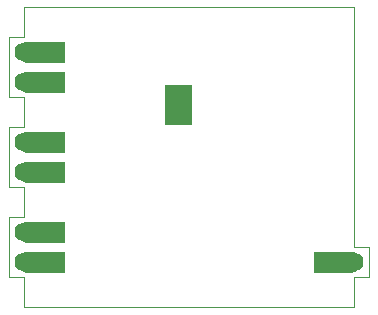
<source format=gbr>
%TF.GenerationSoftware,KiCad,Pcbnew,(5.1.9)-1*%
%TF.CreationDate,2021-05-31T10:41:26+02:00*%
%TF.ProjectId,02_Batt_Alim,30325f42-6174-4745-9f41-6c696d2e6b69,rev?*%
%TF.SameCoordinates,Original*%
%TF.FileFunction,Soldermask,Bot*%
%TF.FilePolarity,Negative*%
%FSLAX46Y46*%
G04 Gerber Fmt 4.6, Leading zero omitted, Abs format (unit mm)*
G04 Created by KiCad (PCBNEW (5.1.9)-1) date 2021-05-31 10:41:26*
%MOMM*%
%LPD*%
G01*
G04 APERTURE LIST*
%TA.AperFunction,Profile*%
%ADD10C,0.050000*%
%TD*%
%ADD11C,1.100000*%
%ADD12C,1.624000*%
%ADD13C,0.100000*%
G04 APERTURE END LIST*
D10*
X130810000Y-82550000D02*
X129540000Y-82550000D01*
X130810000Y-85090000D02*
X130810000Y-82550000D01*
X129540000Y-85090000D02*
X130810000Y-85090000D01*
X129540000Y-87630000D02*
X129540000Y-85090000D01*
X100330000Y-85090000D02*
X101600000Y-85090000D01*
X100330000Y-80010000D02*
X100330000Y-85090000D01*
X101600000Y-80010000D02*
X100330000Y-80010000D01*
X101600000Y-77470000D02*
X101600000Y-80010000D01*
X100330000Y-77470000D02*
X101600000Y-77470000D01*
X100330000Y-72390000D02*
X100330000Y-77470000D01*
X101600000Y-72390000D02*
X100330000Y-72390000D01*
X101600000Y-69850000D02*
X101600000Y-72390000D01*
X100340000Y-69850000D02*
X101600000Y-69850000D01*
X129540000Y-62230000D02*
X129540000Y-82550000D01*
X101600000Y-62230000D02*
X129540000Y-62230000D01*
X101600000Y-85090000D02*
X101600000Y-87630000D01*
X101600000Y-62230000D02*
X101600000Y-64770000D01*
X101600000Y-64770000D02*
X100330000Y-64770000D01*
X129540000Y-87630000D02*
X101600000Y-87630000D01*
X100340000Y-69850000D02*
X100330000Y-64770000D01*
%TO.C,IC1*%
G36*
G01*
X115790000Y-68840000D02*
X115790000Y-72140000D01*
G75*
G02*
X115740000Y-72190000I-50000J0D01*
G01*
X113540000Y-72190000D01*
G75*
G02*
X113490000Y-72140000I0J50000D01*
G01*
X113490000Y-68840000D01*
G75*
G02*
X113540000Y-68790000I50000J0D01*
G01*
X115740000Y-68790000D01*
G75*
G02*
X115790000Y-68840000I0J-50000D01*
G01*
G37*
D11*
X114005000Y-69347000D03*
X114005000Y-70490000D03*
X115275000Y-70490000D03*
X115275000Y-69347000D03*
X115275000Y-71633000D03*
X114005000Y-71633000D03*
%TD*%
D12*
%TO.C,J1*%
X101600000Y-66040000D03*
D13*
G36*
X101939650Y-66939999D02*
G01*
X101927782Y-66939916D01*
X101924993Y-66939818D01*
X101842112Y-66934604D01*
X101837256Y-66934060D01*
X101755280Y-66920782D01*
X101750503Y-66919766D01*
X101670214Y-66898553D01*
X101665558Y-66897076D01*
X101587721Y-66868129D01*
X101583231Y-66866205D01*
X101508591Y-66829801D01*
X101504309Y-66827447D01*
X101433578Y-66783932D01*
X101429548Y-66781173D01*
X101363401Y-66730965D01*
X101359659Y-66727825D01*
X101298726Y-66671401D01*
X101295308Y-66667910D01*
X101240173Y-66605809D01*
X101237112Y-66602003D01*
X101188299Y-66534819D01*
X101185624Y-66530731D01*
X101143601Y-66459104D01*
X101141338Y-66454774D01*
X101106505Y-66379388D01*
X101104675Y-66374859D01*
X101077364Y-66296433D01*
X101075985Y-66291747D01*
X101056458Y-66211031D01*
X101055543Y-66206233D01*
X101043985Y-66123997D01*
X101043542Y-66119131D01*
X101040065Y-66036159D01*
X101040099Y-66031275D01*
X101044734Y-65948360D01*
X101045245Y-65943501D01*
X101057950Y-65861434D01*
X101058932Y-65856650D01*
X101079584Y-65776214D01*
X101081028Y-65771547D01*
X101109431Y-65693511D01*
X101111324Y-65689008D01*
X101147207Y-65614115D01*
X101149531Y-65609818D01*
X101192550Y-65538785D01*
X101195282Y-65534735D01*
X101245028Y-65468239D01*
X101248141Y-65464475D01*
X101304138Y-65403150D01*
X101307604Y-65399708D01*
X101369318Y-65344140D01*
X101373104Y-65341052D01*
X101439946Y-65291772D01*
X101444015Y-65289069D01*
X101515347Y-65246547D01*
X101519660Y-65244254D01*
X101594801Y-65208895D01*
X101599317Y-65207033D01*
X101677550Y-65179175D01*
X101682227Y-65177763D01*
X101762805Y-65157673D01*
X101767597Y-65156724D01*
X101849751Y-65144593D01*
X101854612Y-65144117D01*
X101937557Y-65140060D01*
X101940000Y-65140000D01*
X104990000Y-65140000D01*
X104999755Y-65140961D01*
X105009134Y-65143806D01*
X105017779Y-65148427D01*
X105025355Y-65154645D01*
X105031573Y-65162221D01*
X105036194Y-65170866D01*
X105039039Y-65180245D01*
X105040000Y-65190000D01*
X105040000Y-66890000D01*
X105039039Y-66899755D01*
X105036194Y-66909134D01*
X105031573Y-66917779D01*
X105025355Y-66925355D01*
X105017779Y-66931573D01*
X105009134Y-66936194D01*
X104999755Y-66939039D01*
X104990000Y-66940000D01*
X101940000Y-66940000D01*
X101939650Y-66939999D01*
G37*
%TD*%
D12*
%TO.C,J2*%
X101600000Y-68580000D03*
D13*
G36*
X101939650Y-69479999D02*
G01*
X101927782Y-69479916D01*
X101924993Y-69479818D01*
X101842112Y-69474604D01*
X101837256Y-69474060D01*
X101755280Y-69460782D01*
X101750503Y-69459766D01*
X101670214Y-69438553D01*
X101665558Y-69437076D01*
X101587721Y-69408129D01*
X101583231Y-69406205D01*
X101508591Y-69369801D01*
X101504309Y-69367447D01*
X101433578Y-69323932D01*
X101429548Y-69321173D01*
X101363401Y-69270965D01*
X101359659Y-69267825D01*
X101298726Y-69211401D01*
X101295308Y-69207910D01*
X101240173Y-69145809D01*
X101237112Y-69142003D01*
X101188299Y-69074819D01*
X101185624Y-69070731D01*
X101143601Y-68999104D01*
X101141338Y-68994774D01*
X101106505Y-68919388D01*
X101104675Y-68914859D01*
X101077364Y-68836433D01*
X101075985Y-68831747D01*
X101056458Y-68751031D01*
X101055543Y-68746233D01*
X101043985Y-68663997D01*
X101043542Y-68659131D01*
X101040065Y-68576159D01*
X101040099Y-68571275D01*
X101044734Y-68488360D01*
X101045245Y-68483501D01*
X101057950Y-68401434D01*
X101058932Y-68396650D01*
X101079584Y-68316214D01*
X101081028Y-68311547D01*
X101109431Y-68233511D01*
X101111324Y-68229008D01*
X101147207Y-68154115D01*
X101149531Y-68149818D01*
X101192550Y-68078785D01*
X101195282Y-68074735D01*
X101245028Y-68008239D01*
X101248141Y-68004475D01*
X101304138Y-67943150D01*
X101307604Y-67939708D01*
X101369318Y-67884140D01*
X101373104Y-67881052D01*
X101439946Y-67831772D01*
X101444015Y-67829069D01*
X101515347Y-67786547D01*
X101519660Y-67784254D01*
X101594801Y-67748895D01*
X101599317Y-67747033D01*
X101677550Y-67719175D01*
X101682227Y-67717763D01*
X101762805Y-67697673D01*
X101767597Y-67696724D01*
X101849751Y-67684593D01*
X101854612Y-67684117D01*
X101937557Y-67680060D01*
X101940000Y-67680000D01*
X104990000Y-67680000D01*
X104999755Y-67680961D01*
X105009134Y-67683806D01*
X105017779Y-67688427D01*
X105025355Y-67694645D01*
X105031573Y-67702221D01*
X105036194Y-67710866D01*
X105039039Y-67720245D01*
X105040000Y-67730000D01*
X105040000Y-69430000D01*
X105039039Y-69439755D01*
X105036194Y-69449134D01*
X105031573Y-69457779D01*
X105025355Y-69465355D01*
X105017779Y-69471573D01*
X105009134Y-69476194D01*
X104999755Y-69479039D01*
X104990000Y-69480000D01*
X101940000Y-69480000D01*
X101939650Y-69479999D01*
G37*
%TD*%
D12*
%TO.C,J3*%
X101600000Y-81280000D03*
D13*
G36*
X101939650Y-82179999D02*
G01*
X101927782Y-82179916D01*
X101924993Y-82179818D01*
X101842112Y-82174604D01*
X101837256Y-82174060D01*
X101755280Y-82160782D01*
X101750503Y-82159766D01*
X101670214Y-82138553D01*
X101665558Y-82137076D01*
X101587721Y-82108129D01*
X101583231Y-82106205D01*
X101508591Y-82069801D01*
X101504309Y-82067447D01*
X101433578Y-82023932D01*
X101429548Y-82021173D01*
X101363401Y-81970965D01*
X101359659Y-81967825D01*
X101298726Y-81911401D01*
X101295308Y-81907910D01*
X101240173Y-81845809D01*
X101237112Y-81842003D01*
X101188299Y-81774819D01*
X101185624Y-81770731D01*
X101143601Y-81699104D01*
X101141338Y-81694774D01*
X101106505Y-81619388D01*
X101104675Y-81614859D01*
X101077364Y-81536433D01*
X101075985Y-81531747D01*
X101056458Y-81451031D01*
X101055543Y-81446233D01*
X101043985Y-81363997D01*
X101043542Y-81359131D01*
X101040065Y-81276159D01*
X101040099Y-81271275D01*
X101044734Y-81188360D01*
X101045245Y-81183501D01*
X101057950Y-81101434D01*
X101058932Y-81096650D01*
X101079584Y-81016214D01*
X101081028Y-81011547D01*
X101109431Y-80933511D01*
X101111324Y-80929008D01*
X101147207Y-80854115D01*
X101149531Y-80849818D01*
X101192550Y-80778785D01*
X101195282Y-80774735D01*
X101245028Y-80708239D01*
X101248141Y-80704475D01*
X101304138Y-80643150D01*
X101307604Y-80639708D01*
X101369318Y-80584140D01*
X101373104Y-80581052D01*
X101439946Y-80531772D01*
X101444015Y-80529069D01*
X101515347Y-80486547D01*
X101519660Y-80484254D01*
X101594801Y-80448895D01*
X101599317Y-80447033D01*
X101677550Y-80419175D01*
X101682227Y-80417763D01*
X101762805Y-80397673D01*
X101767597Y-80396724D01*
X101849751Y-80384593D01*
X101854612Y-80384117D01*
X101937557Y-80380060D01*
X101940000Y-80380000D01*
X104990000Y-80380000D01*
X104999755Y-80380961D01*
X105009134Y-80383806D01*
X105017779Y-80388427D01*
X105025355Y-80394645D01*
X105031573Y-80402221D01*
X105036194Y-80410866D01*
X105039039Y-80420245D01*
X105040000Y-80430000D01*
X105040000Y-82130000D01*
X105039039Y-82139755D01*
X105036194Y-82149134D01*
X105031573Y-82157779D01*
X105025355Y-82165355D01*
X105017779Y-82171573D01*
X105009134Y-82176194D01*
X104999755Y-82179039D01*
X104990000Y-82180000D01*
X101940000Y-82180000D01*
X101939650Y-82179999D01*
G37*
%TD*%
D12*
%TO.C,J9*%
X101600000Y-73660000D03*
D13*
G36*
X101939650Y-74559999D02*
G01*
X101927782Y-74559916D01*
X101924993Y-74559818D01*
X101842112Y-74554604D01*
X101837256Y-74554060D01*
X101755280Y-74540782D01*
X101750503Y-74539766D01*
X101670214Y-74518553D01*
X101665558Y-74517076D01*
X101587721Y-74488129D01*
X101583231Y-74486205D01*
X101508591Y-74449801D01*
X101504309Y-74447447D01*
X101433578Y-74403932D01*
X101429548Y-74401173D01*
X101363401Y-74350965D01*
X101359659Y-74347825D01*
X101298726Y-74291401D01*
X101295308Y-74287910D01*
X101240173Y-74225809D01*
X101237112Y-74222003D01*
X101188299Y-74154819D01*
X101185624Y-74150731D01*
X101143601Y-74079104D01*
X101141338Y-74074774D01*
X101106505Y-73999388D01*
X101104675Y-73994859D01*
X101077364Y-73916433D01*
X101075985Y-73911747D01*
X101056458Y-73831031D01*
X101055543Y-73826233D01*
X101043985Y-73743997D01*
X101043542Y-73739131D01*
X101040065Y-73656159D01*
X101040099Y-73651275D01*
X101044734Y-73568360D01*
X101045245Y-73563501D01*
X101057950Y-73481434D01*
X101058932Y-73476650D01*
X101079584Y-73396214D01*
X101081028Y-73391547D01*
X101109431Y-73313511D01*
X101111324Y-73309008D01*
X101147207Y-73234115D01*
X101149531Y-73229818D01*
X101192550Y-73158785D01*
X101195282Y-73154735D01*
X101245028Y-73088239D01*
X101248141Y-73084475D01*
X101304138Y-73023150D01*
X101307604Y-73019708D01*
X101369318Y-72964140D01*
X101373104Y-72961052D01*
X101439946Y-72911772D01*
X101444015Y-72909069D01*
X101515347Y-72866547D01*
X101519660Y-72864254D01*
X101594801Y-72828895D01*
X101599317Y-72827033D01*
X101677550Y-72799175D01*
X101682227Y-72797763D01*
X101762805Y-72777673D01*
X101767597Y-72776724D01*
X101849751Y-72764593D01*
X101854612Y-72764117D01*
X101937557Y-72760060D01*
X101940000Y-72760000D01*
X104990000Y-72760000D01*
X104999755Y-72760961D01*
X105009134Y-72763806D01*
X105017779Y-72768427D01*
X105025355Y-72774645D01*
X105031573Y-72782221D01*
X105036194Y-72790866D01*
X105039039Y-72800245D01*
X105040000Y-72810000D01*
X105040000Y-74510000D01*
X105039039Y-74519755D01*
X105036194Y-74529134D01*
X105031573Y-74537779D01*
X105025355Y-74545355D01*
X105017779Y-74551573D01*
X105009134Y-74556194D01*
X104999755Y-74559039D01*
X104990000Y-74560000D01*
X101940000Y-74560000D01*
X101939650Y-74559999D01*
G37*
%TD*%
D12*
%TO.C,J4*%
X101600000Y-76200000D03*
D13*
G36*
X101939650Y-77099999D02*
G01*
X101927782Y-77099916D01*
X101924993Y-77099818D01*
X101842112Y-77094604D01*
X101837256Y-77094060D01*
X101755280Y-77080782D01*
X101750503Y-77079766D01*
X101670214Y-77058553D01*
X101665558Y-77057076D01*
X101587721Y-77028129D01*
X101583231Y-77026205D01*
X101508591Y-76989801D01*
X101504309Y-76987447D01*
X101433578Y-76943932D01*
X101429548Y-76941173D01*
X101363401Y-76890965D01*
X101359659Y-76887825D01*
X101298726Y-76831401D01*
X101295308Y-76827910D01*
X101240173Y-76765809D01*
X101237112Y-76762003D01*
X101188299Y-76694819D01*
X101185624Y-76690731D01*
X101143601Y-76619104D01*
X101141338Y-76614774D01*
X101106505Y-76539388D01*
X101104675Y-76534859D01*
X101077364Y-76456433D01*
X101075985Y-76451747D01*
X101056458Y-76371031D01*
X101055543Y-76366233D01*
X101043985Y-76283997D01*
X101043542Y-76279131D01*
X101040065Y-76196159D01*
X101040099Y-76191275D01*
X101044734Y-76108360D01*
X101045245Y-76103501D01*
X101057950Y-76021434D01*
X101058932Y-76016650D01*
X101079584Y-75936214D01*
X101081028Y-75931547D01*
X101109431Y-75853511D01*
X101111324Y-75849008D01*
X101147207Y-75774115D01*
X101149531Y-75769818D01*
X101192550Y-75698785D01*
X101195282Y-75694735D01*
X101245028Y-75628239D01*
X101248141Y-75624475D01*
X101304138Y-75563150D01*
X101307604Y-75559708D01*
X101369318Y-75504140D01*
X101373104Y-75501052D01*
X101439946Y-75451772D01*
X101444015Y-75449069D01*
X101515347Y-75406547D01*
X101519660Y-75404254D01*
X101594801Y-75368895D01*
X101599317Y-75367033D01*
X101677550Y-75339175D01*
X101682227Y-75337763D01*
X101762805Y-75317673D01*
X101767597Y-75316724D01*
X101849751Y-75304593D01*
X101854612Y-75304117D01*
X101937557Y-75300060D01*
X101940000Y-75300000D01*
X104990000Y-75300000D01*
X104999755Y-75300961D01*
X105009134Y-75303806D01*
X105017779Y-75308427D01*
X105025355Y-75314645D01*
X105031573Y-75322221D01*
X105036194Y-75330866D01*
X105039039Y-75340245D01*
X105040000Y-75350000D01*
X105040000Y-77050000D01*
X105039039Y-77059755D01*
X105036194Y-77069134D01*
X105031573Y-77077779D01*
X105025355Y-77085355D01*
X105017779Y-77091573D01*
X105009134Y-77096194D01*
X104999755Y-77099039D01*
X104990000Y-77100000D01*
X101940000Y-77100000D01*
X101939650Y-77099999D01*
G37*
%TD*%
D12*
%TO.C,J5*%
X129540000Y-83820000D03*
D13*
G36*
X129200350Y-82920001D02*
G01*
X129212218Y-82920084D01*
X129215007Y-82920182D01*
X129297888Y-82925396D01*
X129302744Y-82925940D01*
X129384720Y-82939218D01*
X129389497Y-82940234D01*
X129469786Y-82961447D01*
X129474442Y-82962924D01*
X129552279Y-82991871D01*
X129556769Y-82993795D01*
X129631409Y-83030199D01*
X129635691Y-83032553D01*
X129706422Y-83076068D01*
X129710452Y-83078827D01*
X129776599Y-83129035D01*
X129780341Y-83132175D01*
X129841274Y-83188599D01*
X129844692Y-83192090D01*
X129899827Y-83254191D01*
X129902888Y-83257997D01*
X129951701Y-83325181D01*
X129954376Y-83329269D01*
X129996399Y-83400896D01*
X129998662Y-83405226D01*
X130033495Y-83480612D01*
X130035325Y-83485141D01*
X130062636Y-83563567D01*
X130064015Y-83568253D01*
X130083542Y-83648969D01*
X130084457Y-83653767D01*
X130096015Y-83736003D01*
X130096458Y-83740869D01*
X130099935Y-83823841D01*
X130099901Y-83828725D01*
X130095266Y-83911640D01*
X130094755Y-83916499D01*
X130082050Y-83998566D01*
X130081068Y-84003350D01*
X130060416Y-84083786D01*
X130058972Y-84088453D01*
X130030569Y-84166489D01*
X130028676Y-84170992D01*
X129992793Y-84245885D01*
X129990469Y-84250182D01*
X129947450Y-84321215D01*
X129944718Y-84325265D01*
X129894972Y-84391761D01*
X129891859Y-84395525D01*
X129835862Y-84456850D01*
X129832396Y-84460292D01*
X129770682Y-84515860D01*
X129766896Y-84518948D01*
X129700054Y-84568228D01*
X129695985Y-84570931D01*
X129624653Y-84613453D01*
X129620340Y-84615746D01*
X129545199Y-84651105D01*
X129540683Y-84652967D01*
X129462450Y-84680825D01*
X129457773Y-84682237D01*
X129377195Y-84702327D01*
X129372403Y-84703276D01*
X129290249Y-84715407D01*
X129285388Y-84715883D01*
X129202443Y-84719940D01*
X129200000Y-84720000D01*
X126150000Y-84720000D01*
X126140245Y-84719039D01*
X126130866Y-84716194D01*
X126122221Y-84711573D01*
X126114645Y-84705355D01*
X126108427Y-84697779D01*
X126103806Y-84689134D01*
X126100961Y-84679755D01*
X126100000Y-84670000D01*
X126100000Y-82970000D01*
X126100961Y-82960245D01*
X126103806Y-82950866D01*
X126108427Y-82942221D01*
X126114645Y-82934645D01*
X126122221Y-82928427D01*
X126130866Y-82923806D01*
X126140245Y-82920961D01*
X126150000Y-82920000D01*
X129200000Y-82920000D01*
X129200350Y-82920001D01*
G37*
%TD*%
D12*
%TO.C,J6*%
X101600000Y-83820000D03*
D13*
G36*
X101939650Y-84719999D02*
G01*
X101927782Y-84719916D01*
X101924993Y-84719818D01*
X101842112Y-84714604D01*
X101837256Y-84714060D01*
X101755280Y-84700782D01*
X101750503Y-84699766D01*
X101670214Y-84678553D01*
X101665558Y-84677076D01*
X101587721Y-84648129D01*
X101583231Y-84646205D01*
X101508591Y-84609801D01*
X101504309Y-84607447D01*
X101433578Y-84563932D01*
X101429548Y-84561173D01*
X101363401Y-84510965D01*
X101359659Y-84507825D01*
X101298726Y-84451401D01*
X101295308Y-84447910D01*
X101240173Y-84385809D01*
X101237112Y-84382003D01*
X101188299Y-84314819D01*
X101185624Y-84310731D01*
X101143601Y-84239104D01*
X101141338Y-84234774D01*
X101106505Y-84159388D01*
X101104675Y-84154859D01*
X101077364Y-84076433D01*
X101075985Y-84071747D01*
X101056458Y-83991031D01*
X101055543Y-83986233D01*
X101043985Y-83903997D01*
X101043542Y-83899131D01*
X101040065Y-83816159D01*
X101040099Y-83811275D01*
X101044734Y-83728360D01*
X101045245Y-83723501D01*
X101057950Y-83641434D01*
X101058932Y-83636650D01*
X101079584Y-83556214D01*
X101081028Y-83551547D01*
X101109431Y-83473511D01*
X101111324Y-83469008D01*
X101147207Y-83394115D01*
X101149531Y-83389818D01*
X101192550Y-83318785D01*
X101195282Y-83314735D01*
X101245028Y-83248239D01*
X101248141Y-83244475D01*
X101304138Y-83183150D01*
X101307604Y-83179708D01*
X101369318Y-83124140D01*
X101373104Y-83121052D01*
X101439946Y-83071772D01*
X101444015Y-83069069D01*
X101515347Y-83026547D01*
X101519660Y-83024254D01*
X101594801Y-82988895D01*
X101599317Y-82987033D01*
X101677550Y-82959175D01*
X101682227Y-82957763D01*
X101762805Y-82937673D01*
X101767597Y-82936724D01*
X101849751Y-82924593D01*
X101854612Y-82924117D01*
X101937557Y-82920060D01*
X101940000Y-82920000D01*
X104990000Y-82920000D01*
X104999755Y-82920961D01*
X105009134Y-82923806D01*
X105017779Y-82928427D01*
X105025355Y-82934645D01*
X105031573Y-82942221D01*
X105036194Y-82950866D01*
X105039039Y-82960245D01*
X105040000Y-82970000D01*
X105040000Y-84670000D01*
X105039039Y-84679755D01*
X105036194Y-84689134D01*
X105031573Y-84697779D01*
X105025355Y-84705355D01*
X105017779Y-84711573D01*
X105009134Y-84716194D01*
X104999755Y-84719039D01*
X104990000Y-84720000D01*
X101940000Y-84720000D01*
X101939650Y-84719999D01*
G37*
%TD*%
M02*

</source>
